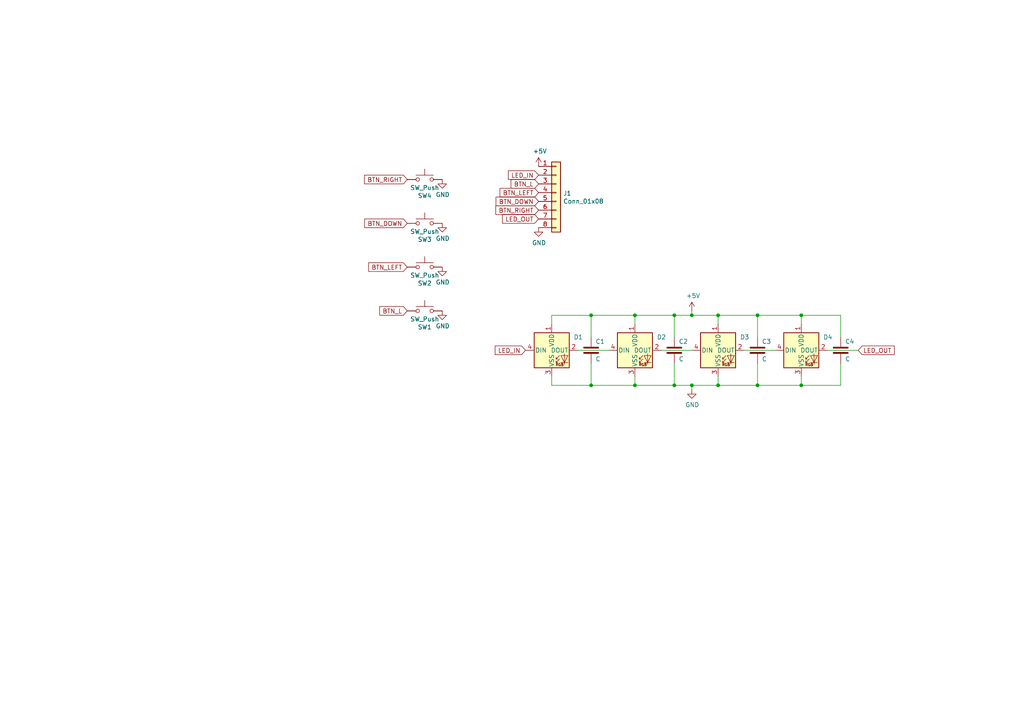
<source format=kicad_sch>
(kicad_sch (version 20230121) (generator eeschema)
  (paper "A4")
  (lib_symbols
    (symbol "Connector_Generic:Conn_01x08" (pin_names (offset 1.016) hide)
      (property "Reference" "J" (at 0 10.16 0))
      (property "Value" "Conn_01x08" (at 0 -12.7 0))
      (symbol "Conn_01x08_1_1"
        (rectangle (start -1.27 -10.033) (end 0 -10.287) (stroke (width 0.1524)))
        (rectangle (start -1.27 -7.493) (end 0 -7.747) (stroke (width 0.1524)))
        (rectangle (start -1.27 -4.953) (end 0 -5.207) (stroke (width 0.1524)))
        (rectangle (start -1.27 -2.413) (end 0 -2.667) (stroke (width 0.1524)))
        (rectangle (start -1.27 0.127) (end 0 -0.127) (stroke (width 0.1524)))
        (rectangle (start -1.27 2.667) (end 0 2.413) (stroke (width 0.1524)))
        (rectangle (start -1.27 5.207) (end 0 4.953) (stroke (width 0.1524)))
        (rectangle (start -1.27 7.747) (end 0 7.493) (stroke (width 0.1524)))
        (rectangle (start -1.27 8.89) (end 1.27 -11.43) (stroke (width 0.254)) (fill (type background)))
        (pin passive line (at -5.08 7.62 0) (length 3.81) (name "Pin_1") (number "1"))
        (pin passive line (at -5.08 5.08 0) (length 3.81) (name "Pin_2") (number "2"))
        (pin passive line (at -5.08 2.54 0) (length 3.81) (name "Pin_3") (number "3"))
        (pin passive line (at -5.08 0 0) (length 3.81) (name "Pin_4") (number "4"))
        (pin passive line (at -5.08 -2.54 0) (length 3.81) (name "Pin_5") (number "5"))
        (pin passive line (at -5.08 -5.08 0) (length 3.81) (name "Pin_6") (number "6"))
        (pin passive line (at -5.08 -7.62 0) (length 3.81) (name "Pin_7") (number "7"))
        (pin passive line (at -5.08 -10.16 0) (length 3.81) (name "Pin_8") (number "8"))
      )
    )
    (symbol "Device:C" (pin_numbers hide) (pin_names (offset 0.254))
      (property "Reference" "C" (at 0.635 2.54 0))
      (property "Value" "C" (at 0.635 -2.54 0))
      (symbol "C_0_1"
        (polyline (pts (xy -2.032 -0.762) (xy 2.032 -0.762)) (stroke (width 0.508)))
        (polyline (pts (xy -2.032 0.762) (xy 2.032 0.762)) (stroke (width 0.508)))
      )
      (symbol "C_1_1"
        (pin passive line (at 0 3.81 270) (length 2.794) (name "~") (number "1"))
        (pin passive line (at 0 -3.81 90) (length 2.794) (name "~") (number "2"))
      )
    )
    (symbol "LED:WS2812B" (pin_names (offset 0.254))
      (property "Reference" "D" (at 5.08 5.715 0))
      (property "Value" "WS2812B" (at 1.27 -5.715 0))
      (symbol "WS2812B_0_0"
        (text "RGB" (at 2.286 -4.191 0) (effects (font (size 0.762 0.762))))
      )
      (symbol "WS2812B_0_1"
        (polyline (pts (xy 1.27 -3.556) (xy 1.778 -3.556)))
        (polyline (pts (xy 1.27 -2.54) (xy 1.778 -2.54)))
        (polyline (pts (xy 4.699 -3.556) (xy 2.667 -3.556)))
        (polyline (pts (xy 2.286 -2.54) (xy 1.27 -3.556) (xy 1.27 -3.048)))
        (polyline (pts (xy 2.286 -1.524) (xy 1.27 -2.54) (xy 1.27 -2.032)))
        (polyline (pts (xy 3.683 -1.016) (xy 3.683 -3.556) (xy 3.683 -4.064)))
        (polyline (pts (xy 4.699 -1.524) (xy 2.667 -1.524) (xy 3.683 -3.556) (xy 4.699 -1.524)))
        (rectangle (start 5.08 5.08) (end -5.08 -5.08) (stroke (width 0.254)) (fill (type background)))
      )
      (symbol "WS2812B_1_1"
        (pin power_in line (at 0 7.62 270) (length 2.54) (name "VDD") (number "1"))
        (pin output line (at 7.62 0 180) (length 2.54) (name "DOUT") (number "2"))
        (pin power_in line (at 0 -7.62 90) (length 2.54) (name "VSS") (number "3"))
        (pin input line (at -7.62 0 0) (length 2.54) (name "DIN") (number "4"))
      )
    )
    (symbol "Switch:SW_Push" (pin_numbers hide) (pin_names (offset 1.016) hide)
      (property "Reference" "SW" (at 1.27 2.54 0))
      (property "Value" "SW_Push" (at 0 -1.524 0))
      (symbol "SW_Push_0_1"
        (circle (center -2.032 0) (radius 0.508))
        (polyline (pts (xy 0 1.27) (xy 0 3.048)))
        (polyline (pts (xy 2.54 1.27) (xy -2.54 1.27)))
        (circle (center 2.032 0) (radius 0.508))
        (pin passive line (at -5.08 0 0) (length 2.54) (name "1") (number "1"))
        (pin passive line (at 5.08 0 180) (length 2.54) (name "2") (number "2"))
      )
    )
    (symbol "power:+5V" (power) (pin_names (offset 0))
      (property "Value" "+5V" (at 0 3.556 0))
      (symbol "+5V_0_1"
        (polyline (pts (xy -0.762 1.27) (xy 0 2.54)))
        (polyline (pts (xy 0 0) (xy 0 2.54)))
        (polyline (pts (xy 0 2.54) (xy 0.762 1.27)))
      )
      (symbol "+5V_1_1"
        (pin power_in line (at 0 0 90) (length 0) hide (name "+5V") (number "1"))
      )
    )
    (symbol "power:GND" (power) (pin_names (offset 0))
      (property "Value" "GND" (at 0 -3.81 0))
      (symbol "GND_0_1"
        (polyline (pts (xy 0 0) (xy 0 -1.27) (xy 1.27 -1.27) (xy 0 -2.54) (xy -1.27 -1.27) (xy 0 -1.27)))
      )
      (symbol "GND_1_1"
        (pin power_in line (at 0 0 270) (length 0) hide (name "GND") (number "1"))
      )
    )
  )
  (junction (at 195.58 111.76))
  (junction (at 171.45 91.44))
  (junction (at 219.71 91.44))
  (junction (at 195.58 91.44))
  (junction (at 232.41 111.76))
  (junction (at 200.66 111.76))
  (junction (at 208.28 111.76))
  (junction (at 184.15 91.44))
  (junction (at 219.71 111.76))
  (junction (at 232.41 91.44))
  (junction (at 200.66 91.44))
  (junction (at 171.45 111.76))
  (junction (at 184.15 111.76))
  (junction (at 208.28 91.44))
  (wire (pts (xy 160.02 91.44) (xy 171.45 91.44)))
  (wire (pts (xy 208.28 91.44) (xy 219.71 91.44)))
  (wire (pts (xy 200.66 91.44) (xy 208.28 91.44)))
  (wire (pts (xy 184.15 91.44) (xy 195.58 91.44)))
  (wire (pts (xy 200.66 90.17) (xy 200.66 91.44)))
  (wire (pts (xy 184.15 93.98) (xy 184.15 91.44)))
  (wire (pts (xy 208.28 111.76) (xy 219.71 111.76)))
  (wire (pts (xy 219.71 111.76) (xy 232.41 111.76)))
  (wire (pts (xy 195.58 111.76) (xy 200.66 111.76)))
  (wire (pts (xy 191.77 101.6) (xy 200.66 101.6)))
  (wire (pts (xy 160.02 111.76) (xy 171.45 111.76)))
  (wire (pts (xy 184.15 111.76) (xy 195.58 111.76)))
  (wire (pts (xy 232.41 91.44) (xy 243.84 91.44)))
  (wire (pts (xy 195.58 105.41) (xy 195.58 111.76)))
  (wire (pts (xy 171.45 111.76) (xy 184.15 111.76)))
  (wire (pts (xy 232.41 111.76) (xy 243.84 111.76)))
  (wire (pts (xy 219.71 91.44) (xy 232.41 91.44)))
  (wire (pts (xy 232.41 91.44) (xy 232.41 93.98)))
  (wire (pts (xy 219.71 97.79) (xy 219.71 91.44)))
  (wire (pts (xy 243.84 91.44) (xy 243.84 97.79)))
  (wire (pts (xy 215.9 101.6) (xy 224.79 101.6)))
  (wire (pts (xy 195.58 91.44) (xy 200.66 91.44)))
  (wire (pts (xy 171.45 97.79) (xy 171.45 91.44)))
  (wire (pts (xy 200.66 111.76) (xy 208.28 111.76)))
  (wire (pts (xy 171.45 91.44) (xy 184.15 91.44)))
  (wire (pts (xy 195.58 97.79) (xy 195.58 91.44)))
  (wire (pts (xy 200.66 113.03) (xy 200.66 111.76)))
  (wire (pts (xy 208.28 109.22) (xy 208.28 111.76)))
  (wire (pts (xy 240.03 101.6) (xy 248.92 101.6)))
  (wire (pts (xy 208.28 93.98) (xy 208.28 91.44)))
  (wire (pts (xy 184.15 109.22) (xy 184.15 111.76)))
  (wire (pts (xy 167.64 101.6) (xy 176.53 101.6)))
  (wire (pts (xy 232.41 111.76) (xy 232.41 109.22)))
  (wire (pts (xy 160.02 93.98) (xy 160.02 91.44)))
  (wire (pts (xy 243.84 111.76) (xy 243.84 105.41)))
  (wire (pts (xy 171.45 105.41) (xy 171.45 111.76)))
  (wire (pts (xy 160.02 109.22) (xy 160.02 111.76)))
  (wire (pts (xy 219.71 105.41) (xy 219.71 111.76)))
  (global_label "BTN_DOWN" (shape input) (at 156.21 58.42 180) (property "Intersheetrefs" "${INTERSHEET_REFS}" (effects hide)))
  (global_label "LED_OUT" (shape input) (at 156.21 63.5 180) (property "Intersheetrefs" "${INTERSHEET_REFS}" (effects hide)))
  (global_label "LED_IN" (shape input) (at 156.21 50.8 180) (property "Intersheetrefs" "${INTERSHEET_REFS}" (effects hide)))
  (global_label "BTN_L" (shape input) (at 118.11 90.17 180) (property "Intersheetrefs" "${INTERSHEET_REFS}" (effects hide)))
  (global_label "LED_IN" (shape input) (at 152.4 101.6 180) (property "Intersheetrefs" "${INTERSHEET_REFS}" (effects hide)))
  (global_label "BTN_DOWN" (shape input) (at 118.11 64.77 180) (property "Intersheetrefs" "${INTERSHEET_REFS}" (effects hide)))
  (global_label "BTN_RIGHT" (shape input) (at 118.11 52.07 180) (property "Intersheetrefs" "${INTERSHEET_REFS}" (effects hide)))
  (global_label "LED_OUT" (shape input) (at 248.92 101.6 0) (property "Intersheetrefs" "${INTERSHEET_REFS}" (effects hide)))
  (global_label "BTN_L" (shape input) (at 156.21 53.34 180) (property "Intersheetrefs" "${INTERSHEET_REFS}" (effects hide)))
  (global_label "BTN_RIGHT" (shape input) (at 156.21 60.96 180) (property "Intersheetrefs" "${INTERSHEET_REFS}" (effects hide)))
  (global_label "BTN_LEFT" (shape input) (at 118.11 77.47 180) (property "Intersheetrefs" "${INTERSHEET_REFS}" (effects hide)))
  (global_label "BTN_LEFT" (shape input) (at 156.21 55.88 180) (property "Intersheetrefs" "${INTERSHEET_REFS}" (effects hide)))
  (symbol (lib_id "Connector_Generic:Conn_01x08") (at 161.29 55.88 0) (unit 1)
    (property "Reference" "J1" (at 163.322 56.0832 0) (effects (justify left)))
    (property "Value" "Conn_01x08" (at 163.322 58.3946 0) (effects (justify left)))
    (property "Footprint" "Connector_PinHeader_2.54mm:PinHeader_1x08_P2.54mm_Vertical" (effects hide))
  )
  (symbol (lib_id "power:+5V") (at 156.21 48.26 0) (unit 1)
    (property "Reference" "#PWR0101" (effects hide))
    (property "Value" "+5V" (at 156.591 43.8658 0))
  )
  (symbol (lib_id "power:GND") (at 156.21 66.04 0) (unit 1)
    (property "Reference" "#PWR0102" (effects hide))
    (property "Value" "GND" (at 156.337 70.4342 0))
  )
  (symbol (lib_id "Switch:SW_Push") (at 123.19 90.17 0) (unit 1)
    (property "Reference" "SW1" (at 123.19 94.869 0))
    (property "Value" "SW_Push" (at 123.19 92.5576 0))
    (property "Footprint" "mx+choc_socket:MX+Choc_socket" (effects hide))
  )
  (symbol (lib_id "power:GND") (at 128.27 90.17 0) (unit 1)
    (property "Reference" "#PWR0103" (effects hide))
    (property "Value" "GND" (at 128.397 94.5642 0))
  )
  (symbol (lib_id "Switch:SW_Push") (at 123.19 77.47 0) (unit 1)
    (property "Reference" "SW2" (at 123.19 82.169 0))
    (property "Value" "SW_Push" (at 123.19 79.8576 0))
    (property "Footprint" "mx+choc_socket:MX+Choc_socket" (effects hide))
  )
  (symbol (lib_id "power:GND") (at 128.27 77.47 0) (unit 1)
    (property "Reference" "#PWR0104" (effects hide))
    (property "Value" "GND" (at 128.397 81.8642 0))
  )
  (symbol (lib_id "Switch:SW_Push") (at 123.19 64.77 0) (unit 1)
    (property "Reference" "SW3" (at 123.19 69.469 0))
    (property "Value" "SW_Push" (at 123.19 67.1576 0))
    (property "Footprint" "mx+choc_socket:MX+Choc_socket" (effects hide))
  )
  (symbol (lib_id "power:GND") (at 128.27 64.77 0) (unit 1)
    (property "Reference" "#PWR0105" (effects hide))
    (property "Value" "GND" (at 128.397 69.1642 0))
  )
  (symbol (lib_id "Switch:SW_Push") (at 123.19 52.07 0) (unit 1)
    (property "Reference" "SW4" (at 123.19 56.769 0))
    (property "Value" "SW_Push" (at 123.19 54.4576 0))
    (property "Footprint" "mx+choc_socket:MX+Choc_socket" (effects hide))
  )
  (symbol (lib_id "power:GND") (at 128.27 52.07 0) (unit 1)
    (property "Reference" "#PWR0106" (effects hide))
    (property "Value" "GND" (at 128.397 56.4642 0))
  )
  (symbol (lib_id "LED:WS2812B") (at 160.02 101.6 0) (unit 1)
    (property "Reference" "D1" (at 166.37 97.79 0) (effects (justify left)))
    (property "Value" "WS2812B" (effects hide))
    (property "Footprint" "LED_SMD:LED_WS2812B_PLCC4_5.0x5.0mm_P3.2mm" (effects hide))
    (property "Datasheet" "https://cdn-shop.adafruit.com/datasheets/WS2812B.pdf" (effects hide))
  )
  (symbol (lib_id "Device:C") (at 171.45 101.6 0) (unit 1)
    (property "Reference" "C1" (at 172.72 99.06 0) (effects (justify left)))
    (property "Value" "C" (at 172.72 104.14 0) (effects (justify left)))
    (property "Footprint" "Capacitor_SMD:C_0805_2012Metric" (effects hide))
  )
  (symbol (lib_id "LED:WS2812B") (at 184.15 101.6 0) (unit 1)
    (property "Reference" "D2" (at 190.5 97.79 0) (effects (justify left)))
    (property "Value" "WS2812B" (effects hide))
    (property "Footprint" "LED_SMD:LED_WS2812B_PLCC4_5.0x5.0mm_P3.2mm" (effects hide))
    (property "Datasheet" "https://cdn-shop.adafruit.com/datasheets/WS2812B.pdf" (effects hide))
  )
  (symbol (lib_id "Device:C") (at 195.58 101.6 0) (unit 1)
    (property "Reference" "C2" (at 196.85 99.06 0) (effects (justify left)))
    (property "Value" "C" (at 196.85 104.14 0) (effects (justify left)))
    (property "Footprint" "Capacitor_SMD:C_0805_2012Metric" (effects hide))
  )
  (symbol (lib_id "LED:WS2812B") (at 208.28 101.6 0) (unit 1)
    (property "Reference" "D3" (at 214.63 97.79 0) (effects (justify left)))
    (property "Value" "WS2812B" (effects hide))
    (property "Footprint" "LED_SMD:LED_WS2812B_PLCC4_5.0x5.0mm_P3.2mm" (effects hide))
    (property "Datasheet" "https://cdn-shop.adafruit.com/datasheets/WS2812B.pdf" (effects hide))
  )
  (symbol (lib_id "Device:C") (at 219.71 101.6 0) (unit 1)
    (property "Reference" "C3" (at 220.98 99.06 0) (effects (justify left)))
    (property "Value" "C" (at 220.98 104.14 0) (effects (justify left)))
    (property "Footprint" "Capacitor_SMD:C_0805_2012Metric" (effects hide))
  )
  (symbol (lib_id "LED:WS2812B") (at 232.41 101.6 0) (unit 1)
    (property "Reference" "D4" (at 238.76 97.79 0) (effects (justify left)))
    (property "Value" "WS2812B" (effects hide))
    (property "Footprint" "LED_SMD:LED_WS2812B_PLCC4_5.0x5.0mm_P3.2mm" (effects hide))
    (property "Datasheet" "https://cdn-shop.adafruit.com/datasheets/WS2812B.pdf" (effects hide))
  )
  (symbol (lib_id "Device:C") (at 243.84 101.6 0) (unit 1)
    (property "Reference" "C4" (at 245.11 99.06 0) (effects (justify left)))
    (property "Value" "C" (at 245.11 104.14 0) (effects (justify left)))
    (property "Footprint" "Capacitor_SMD:C_0805_2012Metric" (effects hide))
  )
  (symbol (lib_id "power:+5V") (at 200.66 90.17 0) (unit 1)
    (property "Reference" "#PWR0107" (effects hide))
    (property "Value" "+5V" (at 201.041 85.7758 0))
  )
  (symbol (lib_id "power:GND") (at 200.66 113.03 0) (unit 1)
    (property "Reference" "#PWR0108" (effects hide))
    (property "Value" "GND" (at 200.787 117.4242 0))
  )
)
</source>
